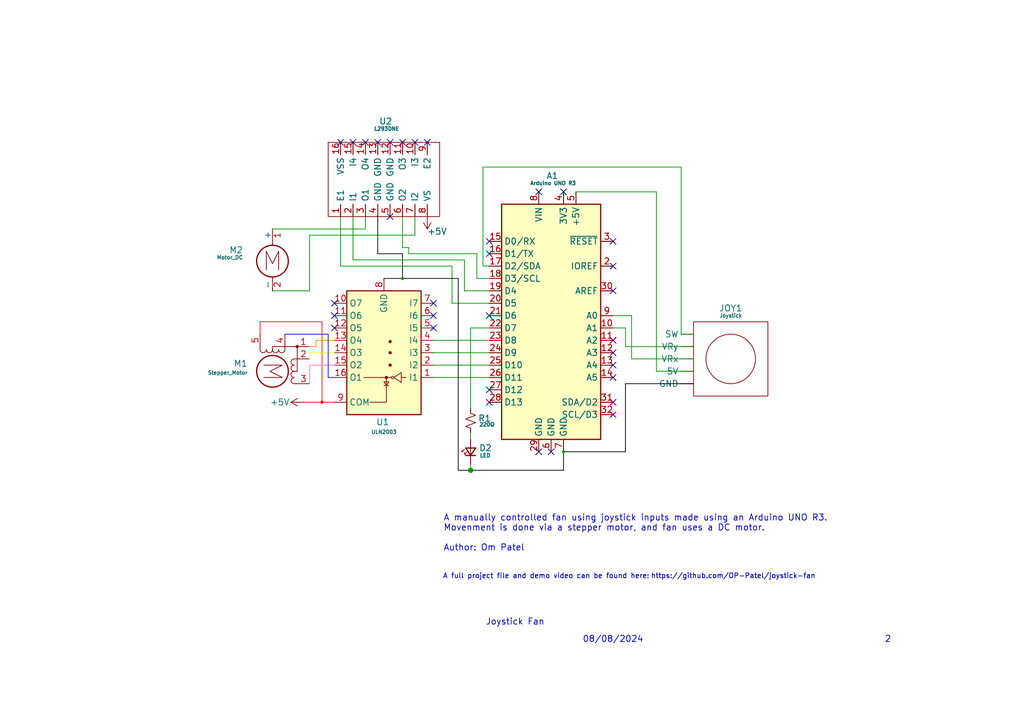
<source format=kicad_sch>
(kicad_sch (version 20231120) (generator "eeschema") (generator_version "8.0")
  (paper "A5")
  (lib_symbols
    (symbol "CustomSymbols:Joystick"
      (property "Reference" "JOY" (at 0 8.128 0))
      (symbol "Joystick_0_1"
        (rectangle (start -7.62 6.35) (end 7.62 -8.89))
        (circle (center 0 -1.27) (radius 5.08))
      )
      (symbol "Joystick_1_1"
        (pin power_in line (at -7.62 -3.81 180) (length 2.54) (name "5V") (number ""))
        (pin power_in line (at -7.62 -6.35 180) (length 2.54) (name "GND") (number ""))
        (pin input line (at -7.62 3.81 180) (length 2.54) (name "SW") (number ""))
        (pin input line (at -7.62 -1.27 180) (length 2.54) (name "VRx") (number ""))
        (pin input line (at -7.62 1.27 180) (length 2.54) (name "VRy") (number ""))
      )
    )
    (symbol "CustomSymbols:L293DNE"
      (property "Reference" "L293DNE" (at 0 14.732 0))
      (symbol "L293DNE_0_1"
        (rectangle (start -7.62 12.7) (end 7.62 -10.16))
      )
      (symbol "L293DNE_1_1"
        (pin input line (at -7.62 10.16 0) (length 2.54) (name "E1") (number "1"))
        (pin input line (at 7.62 -5.08 180) (length 2.54) (name "I3") (number "10"))
        (pin input line (at 7.62 -2.54 180) (length 2.54) (name "O3") (number "11"))
        (pin power_in line (at 7.62 0 180) (length 2.54) (name "GND") (number "12"))
        (pin power_in line (at 7.62 2.54 180) (length 2.54) (name "GND") (number "13"))
        (pin input line (at 7.62 5.08 180) (length 2.54) (name "O4") (number "14"))
        (pin input line (at 7.62 7.62 180) (length 2.54) (name "I4") (number "15"))
        (pin power_in line (at 7.62 10.16 180) (length 2.54) (name "VSS") (number "16"))
        (pin input line (at -7.62 7.62 0) (length 2.54) (name "I1") (number "2"))
        (pin input line (at -7.62 5.08 0) (length 2.54) (name "O1") (number "3"))
        (pin power_in line (at -7.62 2.54 0) (length 2.54) (name "GND") (number "4"))
        (pin power_in line (at -7.62 0 0) (length 2.54) (name "GND") (number "5"))
        (pin input line (at -7.62 -2.54 0) (length 2.54) (name "O2") (number "6"))
        (pin input line (at -7.62 -5.08 0) (length 2.54) (name "I2") (number "7"))
        (pin power_in line (at -7.62 -7.62 0) (length 2.54) (name "VS") (number "8"))
        (pin power_in line (at 7.62 -7.62 180) (length 2.54) (name "E2") (number "9"))
      )
    )
    (symbol "Device:LED_Small" (pin_numbers hide) (pin_names (offset 0.254) hide)
      (property "Reference" "D" (at -1.27 3.175 0))
      (property "Value" "LED_Small" (at -4.445 -2.54 0))
      (symbol "LED_Small_0_1"
        (polyline (pts (xy -0.762 -1.016) (xy -0.762 1.016)) (stroke (width 0.254)))
        (polyline (pts (xy 1.016 0) (xy -0.762 0)))
        (polyline (pts (xy 0.762 -1.016) (xy -0.762 0) (xy 0.762 1.016) (xy 0.762 -1.016)) (stroke (width 0.254)))
        (polyline (pts (xy 0 0.762) (xy -0.508 1.27) (xy -0.254 1.27) (xy -0.508 1.27) (xy -0.508 1.016)))
        (polyline (pts (xy 0.508 1.27) (xy 0 1.778) (xy 0.254 1.778) (xy 0 1.778) (xy 0 1.524)))
      )
      (symbol "LED_Small_1_1"
        (pin passive line (at -2.54 0 0) (length 1.778) (name "K") (number "1"))
        (pin passive line (at 2.54 0 180) (length 1.778) (name "A") (number "2"))
      )
    )
    (symbol "Device:R_Small_US" (pin_numbers hide) (pin_names (offset 0.254) hide)
      (property "Reference" "R" (at 0.762 0.508 0))
      (property "Value" "R_Small_US" (at 0.762 -1.016 0))
      (symbol "R_Small_US_1_1"
        (polyline (pts (xy 0 0) (xy 1.016 -0.381) (xy 0 -0.762) (xy -1.016 -1.143) (xy 0 -1.524)))
        (polyline (pts (xy 0 1.524) (xy 1.016 1.143) (xy 0 0.762) (xy -1.016 0.381) (xy 0 0)))
        (pin passive line (at 0 2.54 270) (length 1.016) (name "~") (number "1"))
        (pin passive line (at 0 -2.54 90) (length 1.016) (name "~") (number "2"))
      )
    )
    (symbol "MCU_Module:Arduino_Leonardo"
      (property "Reference" "A" (at -10.16 23.495 0))
      (property "Value" "Arduino_Leonardo" (at 5.08 -26.67 0))
      (symbol "Arduino_Leonardo_0_1"
        (rectangle (start -10.16 22.86) (end 10.16 -25.4) (stroke (width 0.254)) (fill (type background)))
      )
      (symbol "Arduino_Leonardo_1_1"
        (pin no_connect line (at -10.16 -20.32 0) (length 2.54) hide (name "NC") (number "1"))
        (pin bidirectional line (at 12.7 -2.54 180) (length 2.54) (name "A1") (number "10"))
        (pin bidirectional line (at 12.7 -5.08 180) (length 2.54) (name "A2") (number "11"))
        (pin bidirectional line (at 12.7 -7.62 180) (length 2.54) (name "A3") (number "12"))
        (pin bidirectional line (at 12.7 -10.16 180) (length 2.54) (name "A4") (number "13"))
        (pin bidirectional line (at 12.7 -12.7 180) (length 2.54) (name "A5") (number "14"))
        (pin bidirectional line (at -12.7 15.24 0) (length 2.54) (name "D0/RX") (number "15"))
        (pin bidirectional line (at -12.7 12.7 0) (length 2.54) (name "D1/TX") (number "16"))
        (pin bidirectional line (at -12.7 10.16 0) (length 2.54) (name "D2/SDA") (number "17"))
        (pin bidirectional line (at -12.7 7.62 0) (length 2.54) (name "D3/SCL") (number "18"))
        (pin bidirectional line (at -12.7 5.08 0) (length 2.54) (name "D4") (number "19"))
        (pin output line (at 12.7 10.16 180) (length 2.54) (name "IOREF") (number "2"))
        (pin bidirectional line (at -12.7 2.54 0) (length 2.54) (name "D5") (number "20"))
        (pin bidirectional line (at -12.7 0 0) (length 2.54) (name "D6") (number "21"))
        (pin bidirectional line (at -12.7 -2.54 0) (length 2.54) (name "D7") (number "22"))
        (pin bidirectional line (at -12.7 -5.08 0) (length 2.54) (name "D8") (number "23"))
        (pin bidirectional line (at -12.7 -7.62 0) (length 2.54) (name "D9") (number "24"))
        (pin bidirectional line (at -12.7 -10.16 0) (length 2.54) (name "D10") (number "25"))
        (pin bidirectional line (at -12.7 -12.7 0) (length 2.54) (name "D11") (number "26"))
        (pin bidirectional line (at -12.7 -15.24 0) (length 2.54) (name "D12") (number "27"))
        (pin bidirectional line (at -12.7 -17.78 0) (length 2.54) (name "D13") (number "28"))
        (pin power_in line (at -2.54 -27.94 90) (length 2.54) (name "GND") (number "29"))
        (pin input line (at 12.7 15.24 180) (length 2.54) (name "~{RESET}") (number "3"))
        (pin input line (at 12.7 5.08 180) (length 2.54) (name "AREF") (number "30"))
        (pin bidirectional line (at 12.7 -17.78 180) (length 2.54) (name "SDA/D2") (number "31"))
        (pin bidirectional line (at 12.7 -20.32 180) (length 2.54) (name "SCL/D3") (number "32"))
        (pin power_out line (at 2.54 25.4 270) (length 2.54) (name "3V3") (number "4"))
        (pin power_out line (at 5.08 25.4 270) (length 2.54) (name "+5V") (number "5"))
        (pin power_in line (at 0 -27.94 90) (length 2.54) (name "GND") (number "6"))
        (pin power_in line (at 2.54 -27.94 90) (length 2.54) (name "GND") (number "7"))
        (pin power_in line (at -2.54 25.4 270) (length 2.54) (name "VIN") (number "8"))
        (pin bidirectional line (at 12.7 0 180) (length 2.54) (name "A0") (number "9"))
      )
    )
    (symbol "Motor:Motor_DC" (pin_names (offset 0))
      (property "Reference" "M" (at 2.54 2.54 0))
      (property "Value" "Motor_DC" (at 2.54 -5.08 0))
      (symbol "Motor_DC_0_0"
        (polyline (pts (xy -1.27 -3.302) (xy -1.27 0.508) (xy 0 -2.032) (xy 1.27 0.508) (xy 1.27 -3.302)))
      )
      (symbol "Motor_DC_0_1"
        (circle (center 0 -1.524) (radius 3.2512) (stroke (width 0.254)))
        (polyline (pts (xy 0 -7.62) (xy 0 -7.112)))
        (polyline (pts (xy 0 -4.7752) (xy 0 -5.1816)))
        (polyline (pts (xy 0 1.7272) (xy 0 2.0828)))
        (polyline (pts (xy 0 2.032) (xy 0 2.54)))
      )
      (symbol "Motor_DC_1_1"
        (pin passive line (at 0 5.08 270) (length 2.54) (name "+") (number "1"))
        (pin passive line (at 0 -7.62 90) (length 2.54) (name "-") (number "2"))
      )
    )
    (symbol "Motor:Stepper_Motor_unipolar_5pin" (pin_names (offset 0) hide)
      (property "Reference" "M" (at 3.81 2.54 0))
      (property "Value" "Stepper_Motor_unipolar_5pin" (at 3.81 1.27 0))
      (symbol "Stepper_Motor_unipolar_5pin_0_0"
        (polyline (pts (xy -1.27 -1.778) (xy -1.27 2.032) (xy 0 -0.508) (xy 1.27 2.032) (xy 1.27 -1.778)))
      )
      (symbol "Stepper_Motor_unipolar_5pin_0_1"
        (circle (center -5.08 5.08) (radius 0.0001) (fill (type outline)))
        (circle (center -5.08 5.08) (radius 0.254) (fill (type outline)))
        (arc (start -4.445 -2.54) (mid -3.8127 -1.905) (end -4.445 -1.27))
        (arc (start -4.445 -1.27) (mid -3.8127 -0.635) (end -4.445 0))
        (arc (start -4.445 0) (mid -3.8127 0.635) (end -4.445 1.27))
        (arc (start -4.445 1.27) (mid -3.8127 1.905) (end -4.445 2.54))
        (arc (start -2.54 4.445) (mid -1.905 3.8127) (end -1.27 4.445))
        (arc (start -1.27 4.445) (mid -0.635 3.8127) (end 0 4.445))
        (polyline (pts (xy -5.08 -2.54) (xy -4.445 -2.54)))
        (polyline (pts (xy -5.08 2.54) (xy -4.445 2.54)))
        (polyline (pts (xy -2.54 4.445) (xy -2.54 5.08)))
        (polyline (pts (xy 2.54 4.445) (xy 2.54 5.08)))
        (polyline (pts (xy -5.08 5.08) (xy -5.08 0) (xy -4.445 0)))
        (polyline (pts (xy 0 4.445) (xy 0 5.08) (xy -5.08 5.08)))
        (circle (center 0 0) (radius 3.2512) (stroke (width 0.254)))
        (arc (start 0 4.445) (mid 0.635 3.8127) (end 1.27 4.445))
        (arc (start 1.27 4.445) (mid 1.905 3.8127) (end 2.54 4.445))
      )
      (symbol "Stepper_Motor_unipolar_5pin_1_1"
        (pin passive line (at -5.08 7.62 270) (length 2.54) (name "~") (number "1"))
        (pin passive line (at -2.54 7.62 270) (length 2.54) (name "~") (number "2"))
        (pin passive line (at 2.54 7.62 270) (length 2.54) (name "-") (number "3"))
        (pin passive line (at -7.62 2.54 0) (length 2.54) (name "~") (number "4"))
        (pin passive line (at -7.62 -2.54 0) (length 2.54) (name "~") (number "5"))
      )
    )
    (symbol "Transistor_Array:ULN2003"
      (property "Reference" "U" (at 0 15.875 0))
      (property "Value" "ULN2003" (at 0 13.97 0))
      (symbol "ULN2003_0_1"
        (rectangle (start -7.62 -12.7) (end 7.62 12.7) (stroke (width 0.254)) (fill (type background)))
        (circle (center -1.778 5.08) (radius 0.254))
        (circle (center -1.27 -2.286) (radius 0.254) (fill (type outline)))
        (circle (center -1.27 0) (radius 0.254) (fill (type outline)))
        (circle (center -1.27 2.54) (radius 0.254) (fill (type outline)))
        (circle (center -0.508 5.08) (radius 0.254) (fill (type outline)))
        (polyline (pts (xy -4.572 5.08) (xy -3.556 5.08)))
        (polyline (pts (xy -1.524 5.08) (xy 4.064 5.08)))
        (polyline (pts (xy 0 6.731) (xy -1.016 6.731)))
        (polyline (pts (xy -0.508 5.08) (xy -0.508 10.16) (xy 2.921 10.16)))
        (polyline (pts (xy -3.556 6.096) (xy -3.556 4.064) (xy -2.032 5.08) (xy -3.556 6.096)))
        (polyline (pts (xy 0 5.969) (xy -1.016 5.969) (xy -0.508 6.731) (xy 0 5.969)))
      )
      (symbol "ULN2003_1_1"
        (pin input line (at -10.16 5.08 0) (length 2.54) (name "I1") (number "1"))
        (pin open_collector line (at 10.16 -10.16 180) (length 2.54) (name "O7") (number "10"))
        (pin open_collector line (at 10.16 -7.62 180) (length 2.54) (name "O6") (number "11"))
        (pin open_collector line (at 10.16 -5.08 180) (length 2.54) (name "O5") (number "12"))
        (pin open_collector line (at 10.16 -2.54 180) (length 2.54) (name "O4") (number "13"))
        (pin open_collector line (at 10.16 0 180) (length 2.54) (name "O3") (number "14"))
        (pin open_collector line (at 10.16 2.54 180) (length 2.54) (name "O2") (number "15"))
        (pin open_collector line (at 10.16 5.08 180) (length 2.54) (name "O1") (number "16"))
        (pin input line (at -10.16 2.54 0) (length 2.54) (name "I2") (number "2"))
        (pin input line (at -10.16 0 0) (length 2.54) (name "I3") (number "3"))
        (pin input line (at -10.16 -2.54 0) (length 2.54) (name "I4") (number "4"))
        (pin input line (at -10.16 -5.08 0) (length 2.54) (name "I5") (number "5"))
        (pin input line (at -10.16 -7.62 0) (length 2.54) (name "I6") (number "6"))
        (pin input line (at -10.16 -10.16 0) (length 2.54) (name "I7") (number "7"))
        (pin power_in line (at 0 -15.24 90) (length 2.54) (name "GND") (number "8"))
        (pin passive line (at 10.16 10.16 180) (length 2.54) (name "COM") (number "9"))
      )
    )
    (symbol "power:+5V" (power) (pin_numbers hide) (pin_names (offset 0) hide)
      (property "Value" "+5V" (at 0 3.556 0))
      (symbol "+5V_0_1"
        (polyline (pts (xy -0.762 1.27) (xy 0 2.54)))
        (polyline (pts (xy 0 0) (xy 0 2.54)))
        (polyline (pts (xy 0 2.54) (xy 0.762 1.27)))
      )
      (symbol "+5V_1_1"
        (pin power_in line (at 0 0 90) (length 0) (name "~") (number "1"))
      )
    )
  )
  (junction (at 82.55 57.15) (diameter 0.508))
  (junction (at 66.04 82.55) (diameter 0.508) (color 255 10 17 1))
  (junction (at 96.52 96.52))
  (junction (at 115.57 92.71) (diameter 0.508))
  (no_connect (at 125.73 49.53))
  (no_connect (at 82.55 29.21))
  (no_connect (at 125.73 54.61))
  (no_connect (at 125.73 85.09))
  (no_connect (at 100.33 49.53))
  (no_connect (at 68.58 64.77))
  (no_connect (at 77.47 29.21))
  (no_connect (at 88.9 64.77))
  (no_connect (at 125.73 59.69))
  (no_connect (at 100.33 82.55))
  (no_connect (at 113.03 92.71))
  (no_connect (at 68.58 62.23))
  (no_connect (at 69.85 29.21))
  (no_connect (at 100.33 52.07))
  (no_connect (at 110.49 92.71))
  (no_connect (at 115.57 39.37))
  (no_connect (at 125.73 74.93))
  (no_connect (at 80.01 29.21))
  (no_connect (at 68.58 67.31))
  (no_connect (at 72.39 29.21))
  (no_connect (at 100.33 80.01))
  (no_connect (at 100.33 64.77))
  (no_connect (at 125.73 72.39))
  (no_connect (at 87.63 29.21))
  (no_connect (at 125.73 77.47))
  (no_connect (at 125.73 69.85))
  (no_connect (at 85.09 29.21))
  (no_connect (at 88.9 67.31))
  (no_connect (at 110.49 39.37))
  (no_connect (at 88.9 62.23))
  (no_connect (at 125.73 82.55))
  (no_connect (at 74.93 29.21))
  (no_connect (at 80.01 44.45))
  (wire (pts (xy 67.31 68.58) (xy 67.31 77.47)) (stroke (width 0) (color 0 8 255 1)))
  (wire (pts (xy 128.27 92.71) (xy 128.27 78.74)) (stroke (width 0) (color 0 0 0 1)))
  (wire (pts (xy 128.27 71.12) (xy 128.27 67.31)))
  (wire (pts (xy 69.85 44.45) (xy 69.85 54.61)))
  (wire (pts (xy 83.82 52.07) (xy 83.82 50.8)))
  (wire (pts (xy 66.04 82.55) (xy 68.58 82.55)) (stroke (width 0) (color 255 10 17 1)))
  (wire (pts (xy 95.25 53.34) (xy 95.25 59.69)))
  (wire (pts (xy 67.31 77.47) (xy 68.58 77.47)) (stroke (width 0) (color 0 8 255 1)))
  (wire (pts (xy 62.23 82.55) (xy 66.04 82.55)) (stroke (width 0) (color 255 10 17 1)))
  (wire (pts (xy 69.85 54.61) (xy 92.71 54.61)))
  (wire (pts (xy 96.52 95.25) (xy 96.52 96.52)))
  (wire (pts (xy 58.42 68.58) (xy 67.31 68.58)) (stroke (width 0) (color 0 8 255 1)))
  (wire (pts (xy 115.57 92.71) (xy 128.27 92.71)) (stroke (width 0) (color 0 0 0 1)))
  (wire (pts (xy 82.55 57.15) (xy 93.98 57.15)) (stroke (width 0) (color 0 0 0 1)))
  (wire (pts (xy 72.39 44.45) (xy 72.39 53.34)))
  (wire (pts (xy 97.79 57.15) (xy 100.33 57.15)))
  (wire (pts (xy 128.27 78.74) (xy 142.24 78.74)) (stroke (width 0) (color 0 0 0 1)))
  (wire (pts (xy 82.55 50.8) (xy 82.55 44.45)))
  (wire (pts (xy 72.39 53.34) (xy 95.25 53.34)))
  (wire (pts (xy 139.7 68.58) (xy 139.7 34.29)))
  (wire (pts (xy 88.9 72.39) (xy 100.33 72.39)))
  (wire (pts (xy 96.52 67.31) (xy 100.33 67.31)))
  (wire (pts (xy 92.71 62.23) (xy 100.33 62.23)))
  (wire (pts (xy 129.54 64.77) (xy 125.73 64.77)))
  (wire (pts (xy 97.79 52.07) (xy 97.79 57.15)))
  (wire (pts (xy 129.54 73.66) (xy 129.54 64.77)))
  (wire (pts (xy 63.5 48.26) (xy 85.09 48.26)))
  (wire (pts (xy 82.55 52.07) (xy 82.55 57.15)) (stroke (width 0) (color 0 0 0 1)))
  (wire (pts (xy 66.04 66.04) (xy 66.04 82.55)) (stroke (width 0) (color 255 10 17 1)))
  (wire (pts (xy 63.5 74.93) (xy 68.58 74.93)) (stroke (width 0) (color 255 115 192 1)))
  (wire (pts (xy 96.52 96.52) (xy 115.57 96.52)) (stroke (width 0) (color 0 0 0 1)))
  (wire (pts (xy 118.11 39.37) (xy 134.62 39.37)))
  (wire (pts (xy 93.98 57.15) (xy 93.98 96.52)) (stroke (width 0) (color 0 0 0 1)))
  (wire (pts (xy 85.09 48.26) (xy 85.09 44.45)))
  (wire (pts (xy 142.24 71.12) (xy 128.27 71.12)))
  (wire (pts (xy 96.52 67.31) (xy 96.52 83.82)))
  (wire (pts (xy 64.77 71.12) (xy 63.5 71.12)) (stroke (width 0) (color 255 137 0 1)))
  (wire (pts (xy 99.06 54.61) (xy 100.33 54.61)))
  (wire (pts (xy 63.5 73.66) (xy 63.5 72.39)) (stroke (width 0) (color 245 255 0 1)))
  (wire (pts (xy 88.9 74.93) (xy 100.33 74.93)))
  (wire (pts (xy 83.82 50.8) (xy 82.55 50.8)))
  (wire (pts (xy 115.57 92.71) (xy 115.57 96.52)) (stroke (width 0) (color 0 0 0 1)))
  (wire (pts (xy 83.82 52.07) (xy 97.79 52.07)))
  (wire (pts (xy 134.62 39.37) (xy 134.62 76.2)))
  (wire (pts (xy 63.5 72.39) (xy 68.58 72.39)) (stroke (width 0) (color 245 255 0 1)))
  (wire (pts (xy 139.7 34.29) (xy 99.06 34.29)))
  (wire (pts (xy 99.06 34.29) (xy 99.06 54.61)))
  (wire (pts (xy 96.52 88.9) (xy 96.52 90.17)))
  (wire (pts (xy 55.88 46.99) (xy 74.93 46.99)))
  (wire (pts (xy 63.5 78.74) (xy 63.5 74.93)) (stroke (width 0) (color 255 115 192 1)))
  (wire (pts (xy 134.62 76.2) (xy 142.24 76.2)))
  (wire (pts (xy 53.34 66.04) (xy 66.04 66.04)) (stroke (width 0) (color 255 10 17 1)))
  (wire (pts (xy 88.9 69.85) (xy 100.33 69.85)))
  (wire (pts (xy 63.5 59.69) (xy 63.5 48.26)))
  (wire (pts (xy 128.27 67.31) (xy 125.73 67.31)))
  (wire (pts (xy 88.9 77.47) (xy 100.33 77.47)))
  (wire (pts (xy 142.24 73.66) (xy 129.54 73.66)))
  (wire (pts (xy 77.47 52.07) (xy 82.55 52.07)) (stroke (width 0) (color 0 0 0 1)))
  (wire (pts (xy 95.25 59.69) (xy 100.33 59.69)))
  (wire (pts (xy 64.77 69.85) (xy 68.58 69.85)) (stroke (width 0) (color 255 137 0 1)))
  (wire (pts (xy 64.77 71.12) (xy 64.77 69.85)) (stroke (width 0) (color 255 137 0 1)))
  (wire (pts (xy 93.98 96.52) (xy 96.52 96.52)) (stroke (width 0) (color 0 0 0 1)))
  (wire (pts (xy 74.93 46.99) (xy 74.93 44.45)))
  (wire (pts (xy 55.88 59.69) (xy 63.5 59.69)))
  (wire (pts (xy 53.34 68.58) (xy 53.34 66.04)) (stroke (width 0) (color 255 10 17 1)))
  (wire (pts (xy 78.74 57.15) (xy 82.55 57.15)) (stroke (width 0) (color 0 0 0 1)))
  (wire (pts (xy 142.24 68.58) (xy 139.7 68.58)))
  (wire (pts (xy 77.47 44.45) (xy 77.47 52.07)) (stroke (width 0) (color 0 0 0 1)))
  (wire (pts (xy 92.71 54.61) (xy 92.71 62.23)))
  (text "A manually controlled fan using joystick inputs made using an Arduino UNO R3.\nMovenment is done via a stepper motor, and fan uses a DC motor. \n\nAuthor: Om Patel\n" (at 90.932 109.474 0) (effects (font (size 1.27 1.27)) (justify left)))
  (text "Joystick Fan\n" (at 105.664 127.762 0) (effects (font (size 1.27 1.27))))
  (text "2" (at 182.118 131.318 0) (effects (font (size 1.27 1.27))))
  (text "A full project file and demo video can be found here:\n" (at 112.014 118.364 0) (effects (font (size 1.016 1.016))))
  (text "https://github.com/OP-Patel/joystick-fan" (at 150.368 118.364 0) (effects (font (size 1.016 1.016))))
  (text "08/08/2024\n" (at 125.73 131.318 0) (effects (font (size 1.27 1.27))))
  (symbol (lib_id "CustomSymbols:Joystick") (at 149.86 72.39 0) (unit 1)
    (property "Reference" "JOY1" (at 149.86 63.246 0))
    (property "Value" "Joystick" (at 149.86 64.77 0) (effects (font (size 0.762 0.762))))
  )
  (symbol (lib_id "CustomSymbols:L293DNE") (at 80.01 36.83 90) (unit 1)
    (property "Reference" "U2" (at 77.724 24.892 90) (effects (justify right)))
    (property "Value" "L293DNE" (at 76.708 26.416 90) (effects (font (size 0.762 0.762)) (justify right)))
  )
  (symbol (lib_id "Device:LED_Small") (at 96.52 92.71 90) (unit 1)
    (property "Reference" "D2" (at 99.568 91.948 90))
    (property "Value" "LED" (at 99.5045 93.472 90) (effects (font (size 0.762 0.762))))
    (property "Description" "Light emitting diode, small symbol" (effects (hide yes)))
  )
  (symbol (lib_id "Transistor_Array:ULN2003") (at 78.74 72.39 180) (unit 1)
    (property "Reference" "U1" (at 78.486 86.614 0))
    (property "Value" "ULN2003" (at 78.74 88.646 0) (effects (font (size 0.762 0.762))))
    (property "Datasheet" "http://www.ti.com/lit/ds/symlink/uln2003a.pdf" (effects (hide yes)))
    (property "Description" "High Voltage, High Current Darlington Transistor Arrays, SOIC16/SOIC16W/DIP16/TSSOP16" (effects (hide yes)))
  )
  (symbol (lib_id "power:+5V") (at 62.23 82.55 90) (unit 1)
    (property "Reference" "#PWR03" (effects (hide yes)))
    (property "Value" "+5V" (at 59.436 82.55 90) (effects (justify left)))
    (property "Description" "Power symbol creates a global label with name \"+5V\"" (effects (hide yes)))
  )
  (symbol (lib_id "Device:R_Small_US") (at 96.52 86.36 0) (unit 1)
    (property "Reference" "R1" (at 98.044 85.852 0) (effects (justify left)))
    (property "Value" "220Ω" (at 98.298 87.122 0) (effects (font (size 0.762 0.762)) (justify left)))
    (property "Description" "Resistor, small US symbol" (effects (hide yes)))
  )
  (symbol (lib_id "Motor:Stepper_Motor_unipolar_5pin") (at 55.88 76.2 270) (unit 1)
    (property "Reference" "M1" (at 50.8 74.587 90) (effects (justify right)))
    (property "Value" "Stepper_Motor" (at 50.8 76.4921 90) (effects (font (size 0.762 0.762)) (justify right)))
    (property "Datasheet" "http://www.infineon.com/dgdl/Application-Note-TLE8110EE_driving_UniPolarStepperMotor_V1.1.pdf?fileId=db3a30431be39b97011be5d0aa0a00b0" (effects (hide yes)))
    (property "Description" "5-wire unipolar stepper motor" (effects (hide yes)))
  )
  (symbol (lib_id "MCU_Module:Arduino_Leonardo") (at 113.03 64.77 0) (unit 1)
    (property "Reference" "A1" (at 112.014 36.068 0) (effects (justify left)))
    (property "Value" "Arduino UNO R3" (at 108.712 37.592 0) (effects (font (size 0.762 0.762)) (justify left)))
    (property "Footprint" "Module:Arduino_UNO_R3_WithMountingHoles" (effects (hide yes)))
    (property "Datasheet" "https://www.arduino.cc/en/Main/ArduinoBoardLeonardo" (effects (hide yes)))
    (property "Description" "Arduino LEONARDO Microcontroller Module" (effects (hide yes)))
  )
  (symbol (lib_id "Motor:Motor_DC") (at 55.88 52.07 0) (unit 1)
    (property "Reference" "M2" (at 46.99 51.308 0) (effects (justify left)))
    (property "Value" "Motor_DC" (at 44.45 52.832 0) (effects (font (size 0.762 0.762)) (justify left)))
    (property "Description" "DC Motor" (effects (hide yes)))
  )
  (symbol (lib_id "power:+5V") (at 87.63 44.45 180) (unit 1)
    (property "Reference" "#PWR05" (effects (hide yes)))
    (property "Value" "+5V" (at 91.694 47.498 0) (effects (justify left)))
    (property "Description" "Power symbol creates a global label with name \"+5V\"" (effects (hide yes)))
  )
)
</source>
